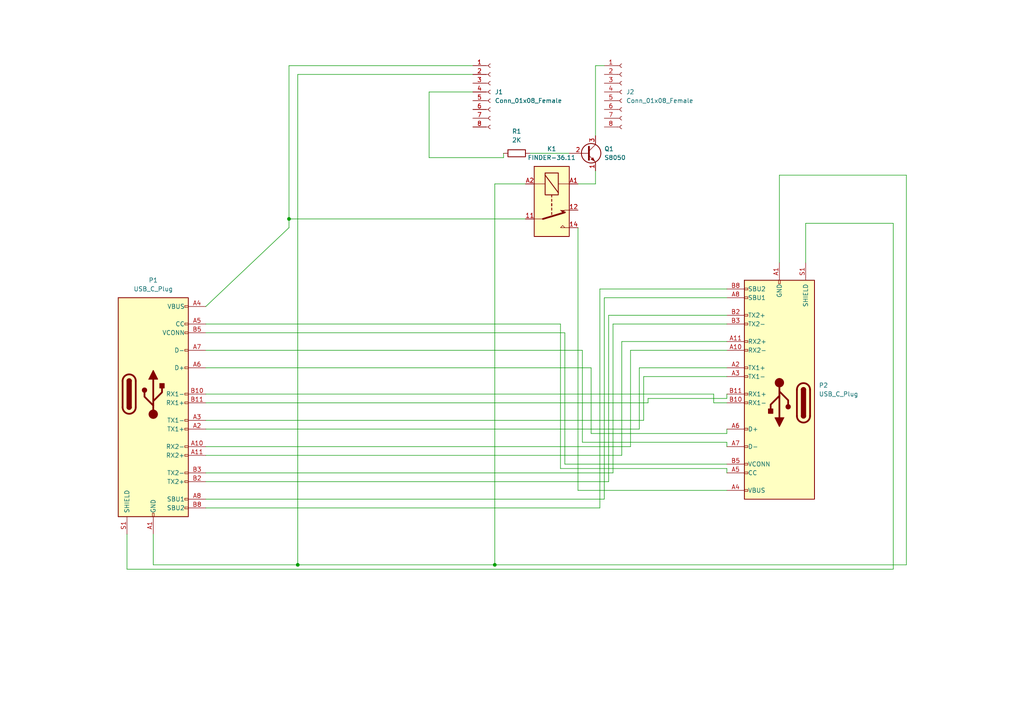
<source format=kicad_sch>
(kicad_sch (version 20211123) (generator eeschema)
  (paper "A4")
  (lib_symbols
    (symbol "Connector:Conn_01x08_Female" (pin_names (offset 1.016) hide)
      (property "Reference" "J" (at 0 10.16 0))
      (property "Value" "Conn_01x08_Female" (at 0 -12.7 0))
      (symbol "Conn_01x08_Female_1_1"
        (arc (start 0 -9.652) (mid -0.508 -10.16) (end 0 -10.668) (stroke (width 0.1524)))
        (arc (start 0 -7.112) (mid -0.508 -7.62) (end 0 -8.128) (stroke (width 0.1524)))
        (arc (start 0 -4.572) (mid -0.508 -5.08) (end 0 -5.588) (stroke (width 0.1524)))
        (arc (start 0 -2.032) (mid -0.508 -2.54) (end 0 -3.048) (stroke (width 0.1524)))
        (polyline (pts (xy -1.27 -10.16) (xy -0.508 -10.16)) (stroke (width 0.1524)))
        (polyline (pts (xy -1.27 -7.62) (xy -0.508 -7.62)) (stroke (width 0.1524)))
        (polyline (pts (xy -1.27 -5.08) (xy -0.508 -5.08)) (stroke (width 0.1524)))
        (polyline (pts (xy -1.27 -2.54) (xy -0.508 -2.54)) (stroke (width 0.1524)))
        (polyline (pts (xy -1.27 0) (xy -0.508 0)) (stroke (width 0.1524)))
        (polyline (pts (xy -1.27 2.54) (xy -0.508 2.54)) (stroke (width 0.1524)))
        (polyline (pts (xy -1.27 5.08) (xy -0.508 5.08)) (stroke (width 0.1524)))
        (polyline (pts (xy -1.27 7.62) (xy -0.508 7.62)) (stroke (width 0.1524)))
        (arc (start 0 0.508) (mid -0.508 0) (end 0 -0.508) (stroke (width 0.1524)))
        (arc (start 0 3.048) (mid -0.508 2.54) (end 0 2.032) (stroke (width 0.1524)))
        (arc (start 0 5.588) (mid -0.508 5.08) (end 0 4.572) (stroke (width 0.1524)))
        (arc (start 0 8.128) (mid -0.508 7.62) (end 0 7.112) (stroke (width 0.1524)))
        (pin passive line (at -5.08 7.62 0) (length 3.81) (name "Pin_1") (number "1"))
        (pin passive line (at -5.08 5.08 0) (length 3.81) (name "Pin_2") (number "2"))
        (pin passive line (at -5.08 2.54 0) (length 3.81) (name "Pin_3") (number "3"))
        (pin passive line (at -5.08 0 0) (length 3.81) (name "Pin_4") (number "4"))
        (pin passive line (at -5.08 -2.54 0) (length 3.81) (name "Pin_5") (number "5"))
        (pin passive line (at -5.08 -5.08 0) (length 3.81) (name "Pin_6") (number "6"))
        (pin passive line (at -5.08 -7.62 0) (length 3.81) (name "Pin_7") (number "7"))
        (pin passive line (at -5.08 -10.16 0) (length 3.81) (name "Pin_8") (number "8"))
      )
    )
    (symbol "Connector:USB_C_Plug" (pin_names (offset 1.016))
      (property "Reference" "P" (at -10.16 29.21 0))
      (property "Value" "USB_C_Plug" (at 10.16 29.21 0))
      (symbol "USB_C_Plug_0_0"
        (rectangle (start -0.254 -35.56) (end 0.254 -34.544))
        (rectangle (start 10.16 -32.766) (end 9.144 -33.274))
        (rectangle (start 10.16 -30.226) (end 9.144 -30.734))
        (rectangle (start 10.16 -25.146) (end 9.144 -25.654))
        (rectangle (start 10.16 -22.606) (end 9.144 -23.114))
        (rectangle (start 10.16 -17.526) (end 9.144 -18.034))
        (rectangle (start 10.16 -14.986) (end 9.144 -15.494))
        (rectangle (start 10.16 -9.906) (end 9.144 -10.414))
        (rectangle (start 10.16 -7.366) (end 9.144 -7.874))
        (rectangle (start 10.16 -2.286) (end 9.144 -2.794))
        (rectangle (start 10.16 0.254) (end 9.144 -0.254))
        (rectangle (start 10.16 7.874) (end 9.144 7.366))
        (rectangle (start 10.16 12.954) (end 9.144 12.446))
        (rectangle (start 10.16 18.034) (end 9.144 17.526))
        (rectangle (start 10.16 20.574) (end 9.144 20.066))
        (rectangle (start 10.16 25.654) (end 9.144 25.146))
      )
      (symbol "USB_C_Plug_0_1"
        (rectangle (start -10.16 27.94) (end 10.16 -35.56) (stroke (width 0.254)) (fill (type background)))
        (arc (start -8.89 -3.81) (mid -6.985 -5.715) (end -5.08 -3.81) (stroke (width 0.508)))
        (arc (start -7.62 -3.81) (mid -6.985 -4.445) (end -6.35 -3.81) (stroke (width 0.254)))
        (arc (start -7.62 -3.81) (mid -6.985 -4.445) (end -6.35 -3.81) (stroke (width 0.254)) (fill (type outline)))
        (rectangle (start -7.62 -3.81) (end -6.35 3.81) (stroke (width 0.254)) (fill (type outline)))
        (arc (start -6.35 3.81) (mid -6.985 4.445) (end -7.62 3.81) (stroke (width 0.254)))
        (arc (start -6.35 3.81) (mid -6.985 4.445) (end -7.62 3.81) (stroke (width 0.254)) (fill (type outline)))
        (arc (start -5.08 3.81) (mid -6.985 5.715) (end -8.89 3.81) (stroke (width 0.508)))
        (polyline (pts (xy -8.89 -3.81) (xy -8.89 3.81)) (stroke (width 0.508)))
        (polyline (pts (xy -5.08 3.81) (xy -5.08 -3.81)) (stroke (width 0.508)))
      )
      (symbol "USB_C_Plug_1_1"
        (circle (center -2.54 1.143) (radius 0.635) (stroke (width 0.254)) (fill (type outline)))
        (circle (center 0 -5.842) (radius 1.27) (fill (type outline)))
        (polyline (pts (xy 0 -5.842) (xy 0 4.318)) (stroke (width 0.508)))
        (polyline (pts (xy 0 -3.302) (xy -2.54 -0.762) (xy -2.54 0.508)) (stroke (width 0.508)))
        (polyline (pts (xy 0 -2.032) (xy 2.54 0.508) (xy 2.54 1.778)) (stroke (width 0.508)))
        (polyline (pts (xy -1.27 4.318) (xy 0 6.858) (xy 1.27 4.318) (xy -1.27 4.318)) (stroke (width 0.254)) (fill (type outline)))
        (rectangle (start 1.905 1.778) (end 3.175 3.048) (stroke (width 0.254)) (fill (type outline)))
        (pin passive line (at 0 -40.64 90) (length 5.08) (name "GND") (number "A1"))
        (pin bidirectional line (at 15.24 -15.24 180) (length 5.08) (name "RX2-") (number "A10"))
        (pin bidirectional line (at 15.24 -17.78 180) (length 5.08) (name "RX2+") (number "A11"))
        (pin passive line (at 0 -40.64 90) (length 5.08) hide (name "GND") (number "A12"))
        (pin bidirectional line (at 15.24 -10.16 180) (length 5.08) (name "TX1+") (number "A2"))
        (pin bidirectional line (at 15.24 -7.62 180) (length 5.08) (name "TX1-") (number "A3"))
        (pin passive line (at 15.24 25.4 180) (length 5.08) (name "VBUS") (number "A4"))
        (pin bidirectional line (at 15.24 20.32 180) (length 5.08) (name "CC") (number "A5"))
        (pin bidirectional line (at 15.24 7.62 180) (length 5.08) (name "D+") (number "A6"))
        (pin bidirectional line (at 15.24 12.7 180) (length 5.08) (name "D-") (number "A7"))
        (pin bidirectional line (at 15.24 -30.48 180) (length 5.08) (name "SBU1") (number "A8"))
        (pin passive line (at 15.24 25.4 180) (length 5.08) hide (name "VBUS") (number "A9"))
        (pin passive line (at 0 -40.64 90) (length 5.08) hide (name "GND") (number "B1"))
        (pin bidirectional line (at 15.24 0 180) (length 5.08) (name "RX1-") (number "B10"))
        (pin bidirectional line (at 15.24 -2.54 180) (length 5.08) (name "RX1+") (number "B11"))
        (pin passive line (at 0 -40.64 90) (length 5.08) hide (name "GND") (number "B12"))
        (pin bidirectional line (at 15.24 -25.4 180) (length 5.08) (name "TX2+") (number "B2"))
        (pin bidirectional line (at 15.24 -22.86 180) (length 5.08) (name "TX2-") (number "B3"))
        (pin passive line (at 15.24 25.4 180) (length 5.08) hide (name "VBUS") (number "B4"))
        (pin bidirectional line (at 15.24 17.78 180) (length 5.08) (name "VCONN") (number "B5"))
        (pin bidirectional line (at 15.24 -33.02 180) (length 5.08) (name "SBU2") (number "B8"))
        (pin passive line (at 15.24 25.4 180) (length 5.08) hide (name "VBUS") (number "B9"))
        (pin passive line (at -7.62 -40.64 90) (length 5.08) (name "SHIELD") (number "S1"))
      )
    )
    (symbol "Device:R" (pin_numbers hide) (pin_names (offset 0))
      (property "Reference" "R" (at 2.032 0 90))
      (property "Value" "R" (at 0 0 90))
      (symbol "R_0_1"
        (rectangle (start -1.016 -2.54) (end 1.016 2.54) (stroke (width 0.254)))
      )
      (symbol "R_1_1"
        (pin passive line (at 0 3.81 270) (length 1.27) (name "~") (number "1"))
        (pin passive line (at 0 -3.81 90) (length 1.27) (name "~") (number "2"))
      )
    )
    (symbol "Relay:FINDER-36.11"
      (property "Reference" "K" (at 11.43 3.81 0))
      (property "Value" "FINDER-36.11" (at 11.43 1.27 0))
      (symbol "FINDER-36.11_0_0"
        (polyline (pts (xy 2.54 3.81) (xy 2.54 5.08)))
        (polyline (pts (xy 7.62 3.81) (xy 7.62 5.08)))
        (polyline (pts (xy 7.62 3.81) (xy 7.62 2.54) (xy 6.985 3.175) (xy 7.62 3.81)))
      )
      (symbol "FINDER-36.11_0_1"
        (rectangle (start -10.16 5.08) (end 10.16 -5.08) (stroke (width 0.254)) (fill (type background)))
        (rectangle (start -8.255 1.905) (end -1.905 -1.905) (stroke (width 0.254)))
        (polyline (pts (xy -7.62 -1.905) (xy -2.54 1.905)) (stroke (width 0.254)))
        (polyline (pts (xy -5.08 -5.08) (xy -5.08 -1.905)))
        (polyline (pts (xy -5.08 5.08) (xy -5.08 1.905)))
        (polyline (pts (xy -1.905 0) (xy -1.27 0)) (stroke (width 0.254)))
        (polyline (pts (xy -0.635 0) (xy 0 0)) (stroke (width 0.254)))
        (polyline (pts (xy 0.635 0) (xy 1.27 0)) (stroke (width 0.254)))
        (polyline (pts (xy 0.635 0) (xy 1.27 0)) (stroke (width 0.254)))
        (polyline (pts (xy 1.905 0) (xy 2.54 0)) (stroke (width 0.254)))
        (polyline (pts (xy 3.175 0) (xy 3.81 0)) (stroke (width 0.254)))
        (polyline (pts (xy 5.08 -2.54) (xy 3.175 3.81)) (stroke (width 0.508)))
        (polyline (pts (xy 5.08 -2.54) (xy 5.08 -5.08)))
        (polyline (pts (xy 2.54 2.54) (xy 3.175 3.175) (xy 2.54 3.81)) (fill (type outline)))
      )
      (symbol "FINDER-36.11_1_1"
        (pin passive line (at 5.08 -7.62 90) (length 2.54) (name "~") (number "11"))
        (pin passive line (at 2.54 7.62 270) (length 2.54) (name "~") (number "12"))
        (pin passive line (at 7.62 7.62 270) (length 2.54) (name "~") (number "14"))
        (pin passive line (at -5.08 7.62 270) (length 2.54) (name "~") (number "A1"))
        (pin passive line (at -5.08 -7.62 90) (length 2.54) (name "~") (number "A2"))
      )
    )
    (symbol "Transistor_BJT:S8050" (pin_names (offset 0) hide)
      (property "Reference" "Q" (at 5.08 1.905 0))
      (property "Value" "S8050" (at 5.08 0 0))
      (symbol "S8050_0_1"
        (polyline (pts (xy 0 0) (xy 0.635 0)))
        (polyline (pts (xy 0.635 0.635) (xy 2.54 2.54)))
        (polyline (pts (xy 0.635 -0.635) (xy 2.54 -2.54) (xy 2.54 -2.54)))
        (polyline (pts (xy 0.635 1.905) (xy 0.635 -1.905) (xy 0.635 -1.905)) (stroke (width 0.508)))
        (polyline (pts (xy 1.27 -1.778) (xy 1.778 -1.27) (xy 2.286 -2.286) (xy 1.27 -1.778) (xy 1.27 -1.778)) (fill (type outline)))
        (circle (center 1.27 0) (radius 2.8194) (stroke (width 0.254)))
      )
      (symbol "S8050_1_1"
        (pin passive line (at 2.54 -5.08 90) (length 2.54) (name "E") (number "1"))
        (pin input line (at -5.08 0 0) (length 5.08) (name "B") (number "2"))
        (pin passive line (at 2.54 5.08 270) (length 2.54) (name "C") (number "3"))
      )
    )
  )
  (junction (at 86.36 163.83))
  (junction (at 143.51 163.83))
  (junction (at 83.82 63.5))
  (wire (pts (xy 259.08 64.77) (xy 233.68 64.77)))
  (wire (pts (xy 167.64 53.34) (xy 172.72 53.34)))
  (wire (pts (xy 59.69 147.32) (xy 173.99 147.32)))
  (wire (pts (xy 167.64 66.04) (xy 167.64 142.24)))
  (wire (pts (xy 226.06 50.8) (xy 262.89 50.8)))
  (wire (pts (xy 226.06 76.2) (xy 226.06 50.8)))
  (wire (pts (xy 186.69 121.92) (xy 186.69 109.22)))
  (wire (pts (xy 180.34 132.08) (xy 180.34 99.06)))
  (wire (pts (xy 59.69 116.84) (xy 187.96 116.84)))
  (wire (pts (xy 124.46 26.67) (xy 124.46 45.72)))
  (wire (pts (xy 59.69 124.46) (xy 185.42 124.46)))
  (wire (pts (xy 210.82 128.27) (xy 210.82 129.54)))
  (wire (pts (xy 86.36 163.83) (xy 44.45 163.83)))
  (wire (pts (xy 59.69 114.3) (xy 207.01 114.3)))
  (wire (pts (xy 259.08 165.1) (xy 36.83 165.1)))
  (wire (pts (xy 59.69 96.52) (xy 163.83 96.52)))
  (wire (pts (xy 83.82 19.05) (xy 83.82 63.5)))
  (wire (pts (xy 59.69 121.92) (xy 186.69 121.92)))
  (wire (pts (xy 207.01 114.3) (xy 207.01 116.84)))
  (wire (pts (xy 162.56 135.89) (xy 210.82 135.89)))
  (wire (pts (xy 59.69 101.6) (xy 168.91 101.6)))
  (wire (pts (xy 262.89 163.83) (xy 143.51 163.83)))
  (wire (pts (xy 210.82 125.73) (xy 210.82 124.46)))
  (wire (pts (xy 168.91 128.27) (xy 210.82 128.27)))
  (wire (pts (xy 36.83 165.1) (xy 36.83 154.94)))
  (wire (pts (xy 172.72 49.53) (xy 172.72 53.34)))
  (wire (pts (xy 163.83 134.62) (xy 210.82 134.62)))
  (wire (pts (xy 185.42 106.68) (xy 210.82 106.68)))
  (wire (pts (xy 59.69 137.16) (xy 177.8 137.16)))
  (wire (pts (xy 59.69 144.78) (xy 175.26 144.78)))
  (wire (pts (xy 59.69 139.7) (xy 176.53 139.7)))
  (wire (pts (xy 163.83 96.52) (xy 163.83 134.62)))
  (wire (pts (xy 59.69 88.9) (xy 83.82 66.04)))
  (wire (pts (xy 83.82 19.05) (xy 137.16 19.05)))
  (wire (pts (xy 162.56 93.98) (xy 162.56 135.89)))
  (wire (pts (xy 262.89 50.8) (xy 262.89 163.83)))
  (wire (pts (xy 259.08 64.77) (xy 259.08 165.1)))
  (wire (pts (xy 233.68 64.77) (xy 233.68 76.2)))
  (wire (pts (xy 172.72 19.05) (xy 172.72 39.37)))
  (wire (pts (xy 137.16 26.67) (xy 124.46 26.67)))
  (wire (pts (xy 167.64 142.24) (xy 210.82 142.24)))
  (wire (pts (xy 143.51 53.34) (xy 143.51 163.83)))
  (wire (pts (xy 59.69 129.54) (xy 182.88 129.54)))
  (wire (pts (xy 175.26 86.36) (xy 210.82 86.36)))
  (wire (pts (xy 187.96 116.84) (xy 187.96 115.57)))
  (wire (pts (xy 83.82 63.5) (xy 152.4 63.5)))
  (wire (pts (xy 182.88 129.54) (xy 182.88 101.6)))
  (wire (pts (xy 180.34 99.06) (xy 210.82 99.06)))
  (wire (pts (xy 44.45 163.83) (xy 44.45 154.94)))
  (wire (pts (xy 210.82 135.89) (xy 210.82 137.16)))
  (wire (pts (xy 176.53 91.44) (xy 210.82 91.44)))
  (wire (pts (xy 187.96 115.57) (xy 210.82 115.57)))
  (wire (pts (xy 171.45 125.73) (xy 210.82 125.73)))
  (wire (pts (xy 59.69 132.08) (xy 180.34 132.08)))
  (wire (pts (xy 173.99 147.32) (xy 173.99 83.82)))
  (wire (pts (xy 175.26 144.78) (xy 175.26 86.36)))
  (wire (pts (xy 124.46 45.72) (xy 146.05 45.72)))
  (wire (pts (xy 176.53 139.7) (xy 176.53 91.44)))
  (wire (pts (xy 146.05 45.72) (xy 146.05 44.45)))
  (wire (pts (xy 168.91 101.6) (xy 168.91 128.27)))
  (wire (pts (xy 182.88 101.6) (xy 210.82 101.6)))
  (wire (pts (xy 173.99 83.82) (xy 210.82 83.82)))
  (wire (pts (xy 143.51 163.83) (xy 86.36 163.83)))
  (wire (pts (xy 86.36 21.59) (xy 86.36 163.83)))
  (wire (pts (xy 152.4 53.34) (xy 143.51 53.34)))
  (wire (pts (xy 153.67 44.45) (xy 165.1 44.45)))
  (wire (pts (xy 177.8 93.98) (xy 210.82 93.98)))
  (wire (pts (xy 59.69 93.98) (xy 162.56 93.98)))
  (wire (pts (xy 83.82 63.5) (xy 83.82 66.04)))
  (wire (pts (xy 185.42 124.46) (xy 185.42 106.68)))
  (wire (pts (xy 137.16 21.59) (xy 86.36 21.59)))
  (wire (pts (xy 175.26 19.05) (xy 172.72 19.05)))
  (wire (pts (xy 59.69 106.68) (xy 171.45 106.68)))
  (wire (pts (xy 171.45 106.68) (xy 171.45 125.73)))
  (wire (pts (xy 186.69 109.22) (xy 210.82 109.22)))
  (wire (pts (xy 207.01 116.84) (xy 210.82 116.84)))
  (wire (pts (xy 210.82 115.57) (xy 210.82 114.3)))
  (wire (pts (xy 177.8 137.16) (xy 177.8 93.98)))
  (symbol (lib_id "Device:R") (at 149.86 44.45 90) (unit 1)
    (property "Reference" "R1" (at 149.86 38.1 90))
    (property "Value" "2K" (at 149.86 40.64 90))
    (property "Footprint" "Resistor_SMD:R_0805_2012Metric" (effects hide))
  )
  (symbol (lib_id "Connector:Conn_01x08_Female") (at 142.24 26.67 0) (unit 1)
    (property "Reference" "J1" (at 143.51 26.6699 0) (effects (justify left)))
    (property "Value" "Conn_01x08_Female" (at 143.51 29.2099 0) (effects (justify left)))
    (property "Footprint" "Connector_PinSocket_2.54mm:PinSocket_1x08_P2.54mm_Vertical" (effects hide))
  )
  (symbol (lib_id "Connector:USB_C_Plug") (at 44.45 114.3 0) (unit 1)
    (property "Reference" "P1" (at 44.45 81.28 0))
    (property "Value" "USB_C_Plug" (at 44.45 83.82 0))
    (property "Footprint" "Connector_USB:USB_C_Plug_Molex_105444" (effects hide))
    (property "Datasheet" "https://www.usb.org/sites/default/files/documents/usb_type-c.zip" (effects hide))
  )
  (symbol (lib_id "Connector:Conn_01x08_Female") (at 180.34 26.67 0) (unit 1)
    (property "Reference" "J2" (at 181.61 26.6699 0) (effects (justify left)))
    (property "Value" "Conn_01x08_Female" (at 181.61 29.2099 0) (effects (justify left)))
    (property "Footprint" "Connector_PinSocket_2.54mm:PinSocket_1x08_P2.54mm_Vertical" (effects hide))
  )
  (symbol (lib_id "Transistor_BJT:S8050") (at 170.18 44.45 0) (unit 1)
    (property "Reference" "Q1" (at 175.26 43.1799 0) (effects (justify left)))
    (property "Value" "S8050" (at 175.26 45.7199 0) (effects (justify left)))
    (property "Footprint" "Package_TO_SOT_THT:TO-92_Inline" (effects hide))
    (property "Datasheet" "http://www.unisonic.com.tw/datasheet/S8050.pdf" (effects hide))
  )
  (symbol (lib_id "Relay:FINDER-36.11") (at 160.02 58.42 270) (unit 1)
    (property "Reference" "K1" (at 160.02 43.18 90))
    (property "Value" "FINDER-36.11" (at 160.02 45.72 90))
    (property "Footprint" "Relay_THT:Relay_SPDT_Finder_36.11" (effects hide))
    (property "Datasheet" "https://gfinder.findernet.com/public/attachments/36/EN/S36EN.pdf" (effects hide))
  )
  (symbol (lib_id "Connector:USB_C_Plug") (at 226.06 116.84 180) (unit 1)
    (property "Reference" "P2" (at 237.49 111.7599 0) (effects (justify right)))
    (property "Value" "USB_C_Plug" (at 237.49 114.2999 0) (effects (justify right)))
    (property "Footprint" "Connector_USB:USB_C_Plug_Molex_105444" (effects hide))
    (property "Datasheet" "https://www.usb.org/sites/default/files/documents/usb_type-c.zip" (effects hide))
  )
)
</source>
